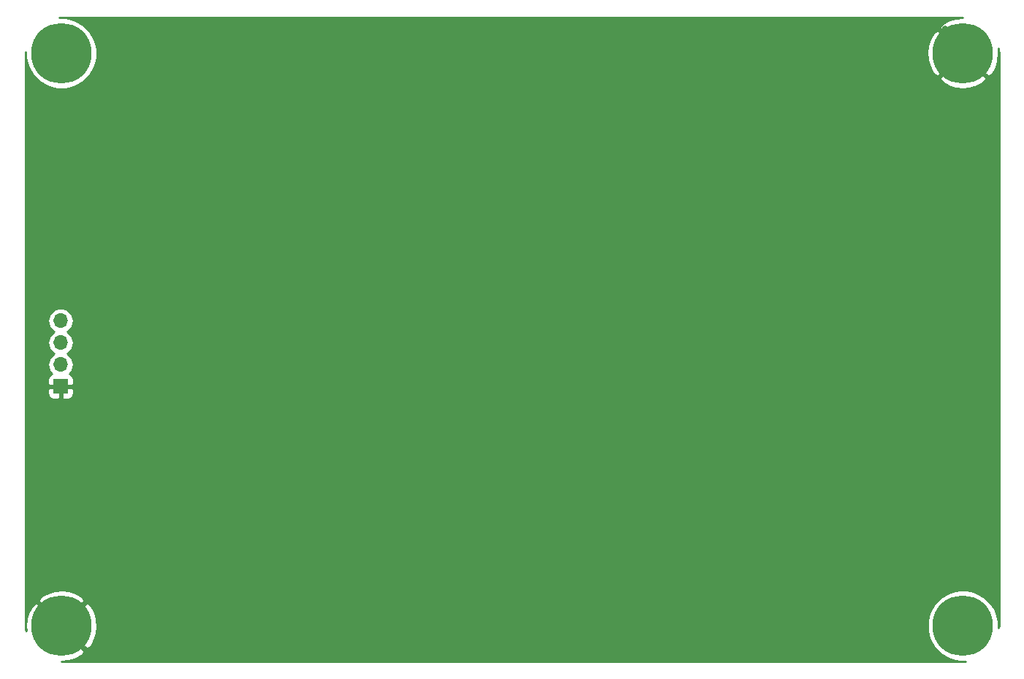
<source format=gbr>
G04 #@! TF.GenerationSoftware,KiCad,Pcbnew,(5.1.4-0-10_14)*
G04 #@! TF.CreationDate,2020-04-27T22:32:42-07:00*
G04 #@! TF.ProjectId,LED_Board_s_,4c45445f-426f-4617-9264-5f735f2e6b69,rev?*
G04 #@! TF.SameCoordinates,Original*
G04 #@! TF.FileFunction,Copper,L2,Bot*
G04 #@! TF.FilePolarity,Positive*
%FSLAX46Y46*%
G04 Gerber Fmt 4.6, Leading zero omitted, Abs format (unit mm)*
G04 Created by KiCad (PCBNEW (5.1.4-0-10_14)) date 2020-04-27 22:32:42*
%MOMM*%
%LPD*%
G04 APERTURE LIST*
%ADD10O,1.700000X1.700000*%
%ADD11R,1.700000X1.700000*%
%ADD12C,7.000000*%
%ADD13C,0.800000*%
%ADD14C,0.254000*%
G04 APERTURE END LIST*
D10*
X19870000Y-56940000D03*
X19870000Y-59480000D03*
X19870000Y-62020000D03*
D11*
X19870000Y-64560000D03*
D12*
X124460001Y-92310001D03*
X124460001Y-25909999D03*
D13*
X21816154Y-90453846D03*
X19959999Y-89685001D03*
X18103844Y-90453846D03*
X17334999Y-92310001D03*
X18103844Y-94166156D03*
X19959999Y-94935001D03*
X21816154Y-94166156D03*
X22584999Y-92310001D03*
D12*
X19959999Y-92310001D03*
X19959999Y-25909999D03*
D13*
X114890000Y-83740000D03*
X97420000Y-83820000D03*
X80060000Y-83790000D03*
X27900000Y-23150000D03*
X31400000Y-23150000D03*
X34900000Y-23150000D03*
X38400000Y-23150000D03*
X41900000Y-23150000D03*
X45400000Y-23150000D03*
X48900000Y-23150000D03*
X52400000Y-23150000D03*
X55900000Y-23150000D03*
X59400000Y-23150000D03*
X62900000Y-23150000D03*
X66400000Y-23150000D03*
X69900000Y-23150000D03*
X73400000Y-23150000D03*
X76900000Y-23150000D03*
X80400000Y-23150000D03*
X83900000Y-23150000D03*
X87400000Y-23150000D03*
X90900000Y-23150000D03*
X94400000Y-23150000D03*
X97900000Y-23150000D03*
X101400000Y-23150000D03*
X104900000Y-23150000D03*
X108400000Y-23150000D03*
X111900000Y-23150000D03*
X115400000Y-23150000D03*
X118900000Y-23150000D03*
X122400000Y-23150000D03*
X27520000Y-95250000D03*
X31020000Y-95250000D03*
X34520000Y-95250000D03*
X38020000Y-95250000D03*
X41520000Y-95250000D03*
X45020000Y-95250000D03*
X48520000Y-95250000D03*
X52020000Y-95250000D03*
X55520000Y-95250000D03*
X59020000Y-95250000D03*
X62520000Y-95250000D03*
X66020000Y-95250000D03*
X69520000Y-95250000D03*
X73020000Y-95250000D03*
X76520000Y-95250000D03*
X80020000Y-95250000D03*
X83520000Y-95250000D03*
X87020000Y-95250000D03*
X90520000Y-95250000D03*
X94020000Y-95250000D03*
X97520000Y-95250000D03*
X101020000Y-95250000D03*
X104520000Y-95250000D03*
X108020000Y-95250000D03*
X111520000Y-95250000D03*
X115020000Y-95250000D03*
X118520000Y-95250000D03*
X33430000Y-38650000D03*
X43930000Y-38650000D03*
X61430000Y-38650000D03*
X40430000Y-38650000D03*
X54430000Y-38650000D03*
X47430000Y-38650000D03*
X36930000Y-38650000D03*
X57930000Y-38650000D03*
X50930000Y-38650000D03*
X29930000Y-38650000D03*
X124430000Y-41650000D03*
X113930000Y-41650000D03*
X110430000Y-41650000D03*
X106930000Y-41650000D03*
X120930000Y-41650000D03*
X117430000Y-41650000D03*
X99930000Y-41650000D03*
X89430000Y-41650000D03*
X85930000Y-41650000D03*
X82430000Y-41650000D03*
X92930000Y-41650000D03*
X103430000Y-41650000D03*
X96430000Y-41650000D03*
X89430000Y-38650000D03*
X103430000Y-38650000D03*
X61430000Y-41650000D03*
X113930000Y-38650000D03*
X92930000Y-38650000D03*
X54430000Y-41650000D03*
X99930000Y-38650000D03*
X75430000Y-38650000D03*
X68430000Y-38650000D03*
X50930000Y-41650000D03*
X33430000Y-41650000D03*
X64930000Y-38650000D03*
X117430000Y-38650000D03*
X43930000Y-41650000D03*
X29930000Y-41650000D03*
X106930000Y-38650000D03*
X110430000Y-38650000D03*
X78930000Y-38650000D03*
X40430000Y-41650000D03*
X47430000Y-41650000D03*
X71930000Y-38650000D03*
X36930000Y-41650000D03*
X85930000Y-38650000D03*
X124430000Y-38650000D03*
X96430000Y-38650000D03*
X57930000Y-41650000D03*
X120930000Y-38650000D03*
X82430000Y-38650000D03*
X75430000Y-41650000D03*
X68430000Y-41650000D03*
X71930000Y-41650000D03*
X78930000Y-41650000D03*
X64930000Y-41650000D03*
X33720000Y-57950000D03*
X44220000Y-57950000D03*
X61720000Y-57950000D03*
X40720000Y-57950000D03*
X54720000Y-57950000D03*
X47720000Y-57950000D03*
X37220000Y-57950000D03*
X58220000Y-57950000D03*
X51220000Y-57950000D03*
X30220000Y-57950000D03*
X124720000Y-60950000D03*
X114220000Y-60950000D03*
X110720000Y-60950000D03*
X107220000Y-60950000D03*
X121220000Y-60950000D03*
X117720000Y-60950000D03*
X100220000Y-60950000D03*
X89720000Y-60950000D03*
X86220000Y-60950000D03*
X82720000Y-60950000D03*
X93220000Y-60950000D03*
X103720000Y-60950000D03*
X96720000Y-60950000D03*
X89720000Y-57950000D03*
X103720000Y-57950000D03*
X61720000Y-60950000D03*
X114220000Y-57950000D03*
X93220000Y-57950000D03*
X54720000Y-60950000D03*
X100220000Y-57950000D03*
X75720000Y-57950000D03*
X68720000Y-57950000D03*
X51220000Y-60950000D03*
X33720000Y-60950000D03*
X65220000Y-57950000D03*
X117720000Y-57950000D03*
X44220000Y-60950000D03*
X30220000Y-60950000D03*
X107220000Y-57950000D03*
X110720000Y-57950000D03*
X79220000Y-57950000D03*
X40720000Y-60950000D03*
X47720000Y-60950000D03*
X72220000Y-57950000D03*
X37220000Y-60950000D03*
X86220000Y-57950000D03*
X124720000Y-57950000D03*
X96720000Y-57950000D03*
X58220000Y-60950000D03*
X121220000Y-57950000D03*
X82720000Y-57950000D03*
X75720000Y-60950000D03*
X68720000Y-60950000D03*
X72220000Y-60950000D03*
X79220000Y-60950000D03*
X65220000Y-60950000D03*
X34590000Y-76670000D03*
X45090000Y-76670000D03*
X62590000Y-76670000D03*
X41590000Y-76670000D03*
X55590000Y-76670000D03*
X48590000Y-76670000D03*
X38090000Y-76670000D03*
X59090000Y-76670000D03*
X52090000Y-76670000D03*
X31090000Y-76670000D03*
X125590000Y-79670000D03*
X115090000Y-79670000D03*
X111590000Y-79670000D03*
X108090000Y-79670000D03*
X122090000Y-79670000D03*
X118590000Y-79670000D03*
X101090000Y-79670000D03*
X90590000Y-79670000D03*
X87090000Y-79670000D03*
X83590000Y-79670000D03*
X94090000Y-79670000D03*
X104590000Y-79670000D03*
X97590000Y-79670000D03*
X90590000Y-76670000D03*
X104590000Y-76670000D03*
X62590000Y-79670000D03*
X115090000Y-76670000D03*
X94090000Y-76670000D03*
X55590000Y-79670000D03*
X101090000Y-76670000D03*
X76590000Y-76670000D03*
X69590000Y-76670000D03*
X52090000Y-79670000D03*
X34590000Y-79670000D03*
X66090000Y-76670000D03*
X118590000Y-76670000D03*
X45090000Y-79670000D03*
X31090000Y-79670000D03*
X108090000Y-76670000D03*
X111590000Y-76670000D03*
X80090000Y-76670000D03*
X41590000Y-79670000D03*
X48590000Y-79670000D03*
X73090000Y-76670000D03*
X38090000Y-79670000D03*
X87090000Y-76670000D03*
X125590000Y-76670000D03*
X97590000Y-76670000D03*
X59090000Y-79670000D03*
X122090000Y-76670000D03*
X83590000Y-76670000D03*
X76590000Y-79670000D03*
X69590000Y-79670000D03*
X73090000Y-79670000D03*
X80090000Y-79670000D03*
X66090000Y-79670000D03*
X46920000Y-72630000D03*
X29460000Y-91490000D03*
X46900000Y-91580000D03*
X64370000Y-91520000D03*
X81840000Y-91580000D03*
X99270000Y-91620000D03*
X99270000Y-72610000D03*
X81870000Y-72520000D03*
X62550000Y-83870000D03*
X45050000Y-83870000D03*
X27630000Y-83790000D03*
X27510000Y-64930000D03*
X45150000Y-64810000D03*
X62430000Y-64810000D03*
X79980000Y-64910000D03*
X97540000Y-64810000D03*
X114890000Y-64810000D03*
X99280000Y-53560000D03*
X81840000Y-53460000D03*
X64390000Y-53410000D03*
X46970000Y-53530000D03*
X29490000Y-53390000D03*
X114980000Y-45730000D03*
X97530000Y-45700000D03*
X80010000Y-45700000D03*
X62590000Y-45790000D03*
X45110000Y-45790000D03*
X27650000Y-45720000D03*
X29440000Y-34380000D03*
X46890000Y-34440000D03*
X81930000Y-34390000D03*
X64410000Y-34460000D03*
X99330000Y-34470000D03*
X114890000Y-26790000D03*
X97370000Y-26680000D03*
X79990000Y-26720000D03*
X62530000Y-26740000D03*
X45080000Y-26700000D03*
X27690000Y-26680000D03*
X29470000Y-72440000D03*
X116710000Y-32430000D03*
X116710000Y-51920000D03*
X116710000Y-89360000D03*
X116710000Y-71080000D03*
X64300000Y-70920000D03*
D14*
G36*
X124327268Y-21745001D02*
G01*
X124468627Y-21757617D01*
X123684883Y-21827930D01*
X122903404Y-22057584D01*
X122181745Y-22435284D01*
X122121635Y-22475449D01*
X121725451Y-22995844D01*
X124460001Y-25730394D01*
X124474144Y-25716252D01*
X124653749Y-25895857D01*
X124639606Y-25909999D01*
X127374156Y-28644549D01*
X127894551Y-28248365D01*
X128284749Y-27533387D01*
X128527965Y-26756023D01*
X128614852Y-25946146D01*
X128557783Y-25310022D01*
X128577714Y-25393040D01*
X128625001Y-26036977D01*
X128625000Y-59146104D01*
X128625001Y-59146114D01*
X128624999Y-92177269D01*
X128595001Y-92513390D01*
X128595001Y-91902739D01*
X128436095Y-91103866D01*
X128124390Y-90351344D01*
X127671865Y-89674092D01*
X127095910Y-89098137D01*
X126418658Y-88645612D01*
X125666136Y-88333907D01*
X124867263Y-88175001D01*
X124052739Y-88175001D01*
X123253866Y-88333907D01*
X122501344Y-88645612D01*
X121824092Y-89098137D01*
X121248137Y-89674092D01*
X120795612Y-90351344D01*
X120483907Y-91103866D01*
X120325001Y-91902739D01*
X120325001Y-92717263D01*
X120483907Y-93516136D01*
X120795612Y-94268658D01*
X121248137Y-94945910D01*
X121824092Y-95521865D01*
X122501344Y-95974390D01*
X123253866Y-96286095D01*
X124052739Y-96445001D01*
X124741548Y-96445001D01*
X124333037Y-96475000D01*
X72173895Y-96475000D01*
X72173885Y-96475001D01*
X20092733Y-96474999D01*
X19951373Y-96462383D01*
X20735117Y-96392070D01*
X21516596Y-96162416D01*
X22238255Y-95784716D01*
X22298365Y-95744551D01*
X22694549Y-95224156D01*
X19959999Y-92489606D01*
X19945857Y-92503749D01*
X19766252Y-92324144D01*
X19780394Y-92310001D01*
X20139604Y-92310001D01*
X22874154Y-95044551D01*
X23394549Y-94648367D01*
X23784747Y-93933389D01*
X24027963Y-93156025D01*
X24114850Y-92346148D01*
X24042068Y-91534883D01*
X23812414Y-90753404D01*
X23434714Y-90031745D01*
X23394549Y-89971635D01*
X22874154Y-89575451D01*
X20139604Y-92310001D01*
X19780394Y-92310001D01*
X17045844Y-89575451D01*
X16525449Y-89971635D01*
X16135251Y-90686613D01*
X15892035Y-91463977D01*
X15805148Y-92273854D01*
X15862217Y-92909979D01*
X15842286Y-92826961D01*
X15795001Y-92183051D01*
X15795001Y-89395846D01*
X17225449Y-89395846D01*
X19959999Y-92130396D01*
X22694549Y-89395846D01*
X22298365Y-88875451D01*
X21583387Y-88485253D01*
X20806023Y-88242037D01*
X19996146Y-88155150D01*
X19184881Y-88227932D01*
X18403402Y-88457586D01*
X17681743Y-88835286D01*
X17621633Y-88875451D01*
X17225449Y-89395846D01*
X15795001Y-89395846D01*
X15795000Y-65410000D01*
X18381928Y-65410000D01*
X18394188Y-65534482D01*
X18430498Y-65654180D01*
X18489463Y-65764494D01*
X18568815Y-65861185D01*
X18665506Y-65940537D01*
X18775820Y-65999502D01*
X18895518Y-66035812D01*
X19020000Y-66048072D01*
X19584250Y-66045000D01*
X19743000Y-65886250D01*
X19743000Y-64687000D01*
X19997000Y-64687000D01*
X19997000Y-65886250D01*
X20155750Y-66045000D01*
X20720000Y-66048072D01*
X20844482Y-66035812D01*
X20964180Y-65999502D01*
X21074494Y-65940537D01*
X21171185Y-65861185D01*
X21250537Y-65764494D01*
X21309502Y-65654180D01*
X21345812Y-65534482D01*
X21358072Y-65410000D01*
X21355000Y-64845750D01*
X21196250Y-64687000D01*
X19997000Y-64687000D01*
X19743000Y-64687000D01*
X18543750Y-64687000D01*
X18385000Y-64845750D01*
X18381928Y-65410000D01*
X15795000Y-65410000D01*
X15794999Y-59146115D01*
X15795000Y-59146105D01*
X15795000Y-56940000D01*
X18377815Y-56940000D01*
X18406487Y-57231111D01*
X18491401Y-57511034D01*
X18629294Y-57769014D01*
X18814866Y-57995134D01*
X19040986Y-58180706D01*
X19095791Y-58210000D01*
X19040986Y-58239294D01*
X18814866Y-58424866D01*
X18629294Y-58650986D01*
X18491401Y-58908966D01*
X18406487Y-59188889D01*
X18377815Y-59480000D01*
X18406487Y-59771111D01*
X18491401Y-60051034D01*
X18629294Y-60309014D01*
X18814866Y-60535134D01*
X19040986Y-60720706D01*
X19095791Y-60750000D01*
X19040986Y-60779294D01*
X18814866Y-60964866D01*
X18629294Y-61190986D01*
X18491401Y-61448966D01*
X18406487Y-61728889D01*
X18377815Y-62020000D01*
X18406487Y-62311111D01*
X18491401Y-62591034D01*
X18629294Y-62849014D01*
X18814866Y-63075134D01*
X18844687Y-63099607D01*
X18775820Y-63120498D01*
X18665506Y-63179463D01*
X18568815Y-63258815D01*
X18489463Y-63355506D01*
X18430498Y-63465820D01*
X18394188Y-63585518D01*
X18381928Y-63710000D01*
X18385000Y-64274250D01*
X18543750Y-64433000D01*
X19743000Y-64433000D01*
X19743000Y-64413000D01*
X19997000Y-64413000D01*
X19997000Y-64433000D01*
X21196250Y-64433000D01*
X21355000Y-64274250D01*
X21358072Y-63710000D01*
X21345812Y-63585518D01*
X21309502Y-63465820D01*
X21250537Y-63355506D01*
X21171185Y-63258815D01*
X21074494Y-63179463D01*
X20964180Y-63120498D01*
X20895313Y-63099607D01*
X20925134Y-63075134D01*
X21110706Y-62849014D01*
X21248599Y-62591034D01*
X21333513Y-62311111D01*
X21362185Y-62020000D01*
X21333513Y-61728889D01*
X21248599Y-61448966D01*
X21110706Y-61190986D01*
X20925134Y-60964866D01*
X20699014Y-60779294D01*
X20644209Y-60750000D01*
X20699014Y-60720706D01*
X20925134Y-60535134D01*
X21110706Y-60309014D01*
X21248599Y-60051034D01*
X21333513Y-59771111D01*
X21362185Y-59480000D01*
X21333513Y-59188889D01*
X21248599Y-58908966D01*
X21110706Y-58650986D01*
X20925134Y-58424866D01*
X20699014Y-58239294D01*
X20644209Y-58210000D01*
X20699014Y-58180706D01*
X20925134Y-57995134D01*
X21110706Y-57769014D01*
X21248599Y-57511034D01*
X21333513Y-57231111D01*
X21362185Y-56940000D01*
X21333513Y-56648889D01*
X21248599Y-56368966D01*
X21110706Y-56110986D01*
X20925134Y-55884866D01*
X20699014Y-55699294D01*
X20441034Y-55561401D01*
X20161111Y-55476487D01*
X19942950Y-55455000D01*
X19797050Y-55455000D01*
X19578889Y-55476487D01*
X19298966Y-55561401D01*
X19040986Y-55699294D01*
X18814866Y-55884866D01*
X18629294Y-56110986D01*
X18491401Y-56368966D01*
X18406487Y-56648889D01*
X18377815Y-56940000D01*
X15795000Y-56940000D01*
X15795000Y-26042731D01*
X15824999Y-25706599D01*
X15824999Y-26317261D01*
X15983905Y-27116134D01*
X16295610Y-27868656D01*
X16748135Y-28545908D01*
X17324090Y-29121863D01*
X18001342Y-29574388D01*
X18753864Y-29886093D01*
X19552737Y-30044999D01*
X20367261Y-30044999D01*
X21166134Y-29886093D01*
X21918656Y-29574388D01*
X22595908Y-29121863D01*
X22893617Y-28824154D01*
X121725451Y-28824154D01*
X122121635Y-29344549D01*
X122836613Y-29734747D01*
X123613977Y-29977963D01*
X124423854Y-30064850D01*
X125235119Y-29992068D01*
X126016598Y-29762414D01*
X126738257Y-29384714D01*
X126798367Y-29344549D01*
X127194551Y-28824154D01*
X124460001Y-26089604D01*
X121725451Y-28824154D01*
X22893617Y-28824154D01*
X23171863Y-28545908D01*
X23624388Y-27868656D01*
X23936093Y-27116134D01*
X24094999Y-26317261D01*
X24094999Y-25873852D01*
X120305150Y-25873852D01*
X120377932Y-26685117D01*
X120607586Y-27466596D01*
X120985286Y-28188255D01*
X121025451Y-28248365D01*
X121545846Y-28644549D01*
X124280396Y-25909999D01*
X121545846Y-23175449D01*
X121025451Y-23571633D01*
X120635253Y-24286611D01*
X120392037Y-25063975D01*
X120305150Y-25873852D01*
X24094999Y-25873852D01*
X24094999Y-25502737D01*
X23936093Y-24703864D01*
X23624388Y-23951342D01*
X23171863Y-23274090D01*
X22595908Y-22698135D01*
X21918656Y-22245610D01*
X21166134Y-21933905D01*
X20367261Y-21774999D01*
X19678438Y-21774999D01*
X20086963Y-21744999D01*
X124327268Y-21745001D01*
X124327268Y-21745001D01*
G37*
X124327268Y-21745001D02*
X124468627Y-21757617D01*
X123684883Y-21827930D01*
X122903404Y-22057584D01*
X122181745Y-22435284D01*
X122121635Y-22475449D01*
X121725451Y-22995844D01*
X124460001Y-25730394D01*
X124474144Y-25716252D01*
X124653749Y-25895857D01*
X124639606Y-25909999D01*
X127374156Y-28644549D01*
X127894551Y-28248365D01*
X128284749Y-27533387D01*
X128527965Y-26756023D01*
X128614852Y-25946146D01*
X128557783Y-25310022D01*
X128577714Y-25393040D01*
X128625001Y-26036977D01*
X128625000Y-59146104D01*
X128625001Y-59146114D01*
X128624999Y-92177269D01*
X128595001Y-92513390D01*
X128595001Y-91902739D01*
X128436095Y-91103866D01*
X128124390Y-90351344D01*
X127671865Y-89674092D01*
X127095910Y-89098137D01*
X126418658Y-88645612D01*
X125666136Y-88333907D01*
X124867263Y-88175001D01*
X124052739Y-88175001D01*
X123253866Y-88333907D01*
X122501344Y-88645612D01*
X121824092Y-89098137D01*
X121248137Y-89674092D01*
X120795612Y-90351344D01*
X120483907Y-91103866D01*
X120325001Y-91902739D01*
X120325001Y-92717263D01*
X120483907Y-93516136D01*
X120795612Y-94268658D01*
X121248137Y-94945910D01*
X121824092Y-95521865D01*
X122501344Y-95974390D01*
X123253866Y-96286095D01*
X124052739Y-96445001D01*
X124741548Y-96445001D01*
X124333037Y-96475000D01*
X72173895Y-96475000D01*
X72173885Y-96475001D01*
X20092733Y-96474999D01*
X19951373Y-96462383D01*
X20735117Y-96392070D01*
X21516596Y-96162416D01*
X22238255Y-95784716D01*
X22298365Y-95744551D01*
X22694549Y-95224156D01*
X19959999Y-92489606D01*
X19945857Y-92503749D01*
X19766252Y-92324144D01*
X19780394Y-92310001D01*
X20139604Y-92310001D01*
X22874154Y-95044551D01*
X23394549Y-94648367D01*
X23784747Y-93933389D01*
X24027963Y-93156025D01*
X24114850Y-92346148D01*
X24042068Y-91534883D01*
X23812414Y-90753404D01*
X23434714Y-90031745D01*
X23394549Y-89971635D01*
X22874154Y-89575451D01*
X20139604Y-92310001D01*
X19780394Y-92310001D01*
X17045844Y-89575451D01*
X16525449Y-89971635D01*
X16135251Y-90686613D01*
X15892035Y-91463977D01*
X15805148Y-92273854D01*
X15862217Y-92909979D01*
X15842286Y-92826961D01*
X15795001Y-92183051D01*
X15795001Y-89395846D01*
X17225449Y-89395846D01*
X19959999Y-92130396D01*
X22694549Y-89395846D01*
X22298365Y-88875451D01*
X21583387Y-88485253D01*
X20806023Y-88242037D01*
X19996146Y-88155150D01*
X19184881Y-88227932D01*
X18403402Y-88457586D01*
X17681743Y-88835286D01*
X17621633Y-88875451D01*
X17225449Y-89395846D01*
X15795001Y-89395846D01*
X15795000Y-65410000D01*
X18381928Y-65410000D01*
X18394188Y-65534482D01*
X18430498Y-65654180D01*
X18489463Y-65764494D01*
X18568815Y-65861185D01*
X18665506Y-65940537D01*
X18775820Y-65999502D01*
X18895518Y-66035812D01*
X19020000Y-66048072D01*
X19584250Y-66045000D01*
X19743000Y-65886250D01*
X19743000Y-64687000D01*
X19997000Y-64687000D01*
X19997000Y-65886250D01*
X20155750Y-66045000D01*
X20720000Y-66048072D01*
X20844482Y-66035812D01*
X20964180Y-65999502D01*
X21074494Y-65940537D01*
X21171185Y-65861185D01*
X21250537Y-65764494D01*
X21309502Y-65654180D01*
X21345812Y-65534482D01*
X21358072Y-65410000D01*
X21355000Y-64845750D01*
X21196250Y-64687000D01*
X19997000Y-64687000D01*
X19743000Y-64687000D01*
X18543750Y-64687000D01*
X18385000Y-64845750D01*
X18381928Y-65410000D01*
X15795000Y-65410000D01*
X15794999Y-59146115D01*
X15795000Y-59146105D01*
X15795000Y-56940000D01*
X18377815Y-56940000D01*
X18406487Y-57231111D01*
X18491401Y-57511034D01*
X18629294Y-57769014D01*
X18814866Y-57995134D01*
X19040986Y-58180706D01*
X19095791Y-58210000D01*
X19040986Y-58239294D01*
X18814866Y-58424866D01*
X18629294Y-58650986D01*
X18491401Y-58908966D01*
X18406487Y-59188889D01*
X18377815Y-59480000D01*
X18406487Y-59771111D01*
X18491401Y-60051034D01*
X18629294Y-60309014D01*
X18814866Y-60535134D01*
X19040986Y-60720706D01*
X19095791Y-60750000D01*
X19040986Y-60779294D01*
X18814866Y-60964866D01*
X18629294Y-61190986D01*
X18491401Y-61448966D01*
X18406487Y-61728889D01*
X18377815Y-62020000D01*
X18406487Y-62311111D01*
X18491401Y-62591034D01*
X18629294Y-62849014D01*
X18814866Y-63075134D01*
X18844687Y-63099607D01*
X18775820Y-63120498D01*
X18665506Y-63179463D01*
X18568815Y-63258815D01*
X18489463Y-63355506D01*
X18430498Y-63465820D01*
X18394188Y-63585518D01*
X18381928Y-63710000D01*
X18385000Y-64274250D01*
X18543750Y-64433000D01*
X19743000Y-64433000D01*
X19743000Y-64413000D01*
X19997000Y-64413000D01*
X19997000Y-64433000D01*
X21196250Y-64433000D01*
X21355000Y-64274250D01*
X21358072Y-63710000D01*
X21345812Y-63585518D01*
X21309502Y-63465820D01*
X21250537Y-63355506D01*
X21171185Y-63258815D01*
X21074494Y-63179463D01*
X20964180Y-63120498D01*
X20895313Y-63099607D01*
X20925134Y-63075134D01*
X21110706Y-62849014D01*
X21248599Y-62591034D01*
X21333513Y-62311111D01*
X21362185Y-62020000D01*
X21333513Y-61728889D01*
X21248599Y-61448966D01*
X21110706Y-61190986D01*
X20925134Y-60964866D01*
X20699014Y-60779294D01*
X20644209Y-60750000D01*
X20699014Y-60720706D01*
X20925134Y-60535134D01*
X21110706Y-60309014D01*
X21248599Y-60051034D01*
X21333513Y-59771111D01*
X21362185Y-59480000D01*
X21333513Y-59188889D01*
X21248599Y-58908966D01*
X21110706Y-58650986D01*
X20925134Y-58424866D01*
X20699014Y-58239294D01*
X20644209Y-58210000D01*
X20699014Y-58180706D01*
X20925134Y-57995134D01*
X21110706Y-57769014D01*
X21248599Y-57511034D01*
X21333513Y-57231111D01*
X21362185Y-56940000D01*
X21333513Y-56648889D01*
X21248599Y-56368966D01*
X21110706Y-56110986D01*
X20925134Y-55884866D01*
X20699014Y-55699294D01*
X20441034Y-55561401D01*
X20161111Y-55476487D01*
X19942950Y-55455000D01*
X19797050Y-55455000D01*
X19578889Y-55476487D01*
X19298966Y-55561401D01*
X19040986Y-55699294D01*
X18814866Y-55884866D01*
X18629294Y-56110986D01*
X18491401Y-56368966D01*
X18406487Y-56648889D01*
X18377815Y-56940000D01*
X15795000Y-56940000D01*
X15795000Y-26042731D01*
X15824999Y-25706599D01*
X15824999Y-26317261D01*
X15983905Y-27116134D01*
X16295610Y-27868656D01*
X16748135Y-28545908D01*
X17324090Y-29121863D01*
X18001342Y-29574388D01*
X18753864Y-29886093D01*
X19552737Y-30044999D01*
X20367261Y-30044999D01*
X21166134Y-29886093D01*
X21918656Y-29574388D01*
X22595908Y-29121863D01*
X22893617Y-28824154D01*
X121725451Y-28824154D01*
X122121635Y-29344549D01*
X122836613Y-29734747D01*
X123613977Y-29977963D01*
X124423854Y-30064850D01*
X125235119Y-29992068D01*
X126016598Y-29762414D01*
X126738257Y-29384714D01*
X126798367Y-29344549D01*
X127194551Y-28824154D01*
X124460001Y-26089604D01*
X121725451Y-28824154D01*
X22893617Y-28824154D01*
X23171863Y-28545908D01*
X23624388Y-27868656D01*
X23936093Y-27116134D01*
X24094999Y-26317261D01*
X24094999Y-25873852D01*
X120305150Y-25873852D01*
X120377932Y-26685117D01*
X120607586Y-27466596D01*
X120985286Y-28188255D01*
X121025451Y-28248365D01*
X121545846Y-28644549D01*
X124280396Y-25909999D01*
X121545846Y-23175449D01*
X121025451Y-23571633D01*
X120635253Y-24286611D01*
X120392037Y-25063975D01*
X120305150Y-25873852D01*
X24094999Y-25873852D01*
X24094999Y-25502737D01*
X23936093Y-24703864D01*
X23624388Y-23951342D01*
X23171863Y-23274090D01*
X22595908Y-22698135D01*
X21918656Y-22245610D01*
X21166134Y-21933905D01*
X20367261Y-21774999D01*
X19678438Y-21774999D01*
X20086963Y-21744999D01*
X124327268Y-21745001D01*
M02*

</source>
